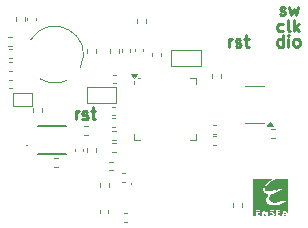
<source format=gbr>
%TF.GenerationSoftware,KiCad,Pcbnew,8.0.5*%
%TF.CreationDate,2024-10-05T23:36:15+02:00*%
%TF.ProjectId,projet s6,70726f6a-6574-4207-9336-2e6b69636164,rev?*%
%TF.SameCoordinates,Original*%
%TF.FileFunction,Legend,Top*%
%TF.FilePolarity,Positive*%
%FSLAX46Y46*%
G04 Gerber Fmt 4.6, Leading zero omitted, Abs format (unit mm)*
G04 Created by KiCad (PCBNEW 8.0.5) date 2024-10-05 23:36:15*
%MOMM*%
%LPD*%
G01*
G04 APERTURE LIST*
%ADD10C,0.250000*%
%ADD11C,0.100000*%
%ADD12C,0.120000*%
%ADD13C,0.000000*%
%ADD14C,0.152400*%
%ADD15C,0.050000*%
G04 APERTURE END LIST*
D10*
X205874949Y-66167000D02*
X205970187Y-66214619D01*
X205970187Y-66214619D02*
X206160663Y-66214619D01*
X206160663Y-66214619D02*
X206255901Y-66167000D01*
X206255901Y-66167000D02*
X206303520Y-66071761D01*
X206303520Y-66071761D02*
X206303520Y-66024142D01*
X206303520Y-66024142D02*
X206255901Y-65928904D01*
X206255901Y-65928904D02*
X206160663Y-65881285D01*
X206160663Y-65881285D02*
X206017806Y-65881285D01*
X206017806Y-65881285D02*
X205922568Y-65833666D01*
X205922568Y-65833666D02*
X205874949Y-65738428D01*
X205874949Y-65738428D02*
X205874949Y-65690809D01*
X205874949Y-65690809D02*
X205922568Y-65595571D01*
X205922568Y-65595571D02*
X206017806Y-65547952D01*
X206017806Y-65547952D02*
X206160663Y-65547952D01*
X206160663Y-65547952D02*
X206255901Y-65595571D01*
X206636854Y-65547952D02*
X206827330Y-66214619D01*
X206827330Y-66214619D02*
X207017806Y-65738428D01*
X207017806Y-65738428D02*
X207208282Y-66214619D01*
X207208282Y-66214619D02*
X207398758Y-65547952D01*
X188572568Y-75044619D02*
X188572568Y-74377952D01*
X188572568Y-74568428D02*
X188620187Y-74473190D01*
X188620187Y-74473190D02*
X188667806Y-74425571D01*
X188667806Y-74425571D02*
X188763044Y-74377952D01*
X188763044Y-74377952D02*
X188858282Y-74377952D01*
X189143997Y-74997000D02*
X189239235Y-75044619D01*
X189239235Y-75044619D02*
X189429711Y-75044619D01*
X189429711Y-75044619D02*
X189524949Y-74997000D01*
X189524949Y-74997000D02*
X189572568Y-74901761D01*
X189572568Y-74901761D02*
X189572568Y-74854142D01*
X189572568Y-74854142D02*
X189524949Y-74758904D01*
X189524949Y-74758904D02*
X189429711Y-74711285D01*
X189429711Y-74711285D02*
X189286854Y-74711285D01*
X189286854Y-74711285D02*
X189191616Y-74663666D01*
X189191616Y-74663666D02*
X189143997Y-74568428D01*
X189143997Y-74568428D02*
X189143997Y-74520809D01*
X189143997Y-74520809D02*
X189191616Y-74425571D01*
X189191616Y-74425571D02*
X189286854Y-74377952D01*
X189286854Y-74377952D02*
X189429711Y-74377952D01*
X189429711Y-74377952D02*
X189524949Y-74425571D01*
X189858283Y-74377952D02*
X190239235Y-74377952D01*
X190001140Y-74044619D02*
X190001140Y-74901761D01*
X190001140Y-74901761D02*
X190048759Y-74997000D01*
X190048759Y-74997000D02*
X190143997Y-75044619D01*
X190143997Y-75044619D02*
X190239235Y-75044619D01*
X206091139Y-68894619D02*
X206091139Y-67894619D01*
X206091139Y-68847000D02*
X205995901Y-68894619D01*
X205995901Y-68894619D02*
X205805425Y-68894619D01*
X205805425Y-68894619D02*
X205710187Y-68847000D01*
X205710187Y-68847000D02*
X205662568Y-68799380D01*
X205662568Y-68799380D02*
X205614949Y-68704142D01*
X205614949Y-68704142D02*
X205614949Y-68418428D01*
X205614949Y-68418428D02*
X205662568Y-68323190D01*
X205662568Y-68323190D02*
X205710187Y-68275571D01*
X205710187Y-68275571D02*
X205805425Y-68227952D01*
X205805425Y-68227952D02*
X205995901Y-68227952D01*
X205995901Y-68227952D02*
X206091139Y-68275571D01*
X206567330Y-68894619D02*
X206567330Y-68227952D01*
X206567330Y-67894619D02*
X206519711Y-67942238D01*
X206519711Y-67942238D02*
X206567330Y-67989857D01*
X206567330Y-67989857D02*
X206614949Y-67942238D01*
X206614949Y-67942238D02*
X206567330Y-67894619D01*
X206567330Y-67894619D02*
X206567330Y-67989857D01*
X207186377Y-68894619D02*
X207091139Y-68847000D01*
X207091139Y-68847000D02*
X207043520Y-68799380D01*
X207043520Y-68799380D02*
X206995901Y-68704142D01*
X206995901Y-68704142D02*
X206995901Y-68418428D01*
X206995901Y-68418428D02*
X207043520Y-68323190D01*
X207043520Y-68323190D02*
X207091139Y-68275571D01*
X207091139Y-68275571D02*
X207186377Y-68227952D01*
X207186377Y-68227952D02*
X207329234Y-68227952D01*
X207329234Y-68227952D02*
X207424472Y-68275571D01*
X207424472Y-68275571D02*
X207472091Y-68323190D01*
X207472091Y-68323190D02*
X207519710Y-68418428D01*
X207519710Y-68418428D02*
X207519710Y-68704142D01*
X207519710Y-68704142D02*
X207472091Y-68799380D01*
X207472091Y-68799380D02*
X207424472Y-68847000D01*
X207424472Y-68847000D02*
X207329234Y-68894619D01*
X207329234Y-68894619D02*
X207186377Y-68894619D01*
X201542568Y-68924619D02*
X201542568Y-68257952D01*
X201542568Y-68448428D02*
X201590187Y-68353190D01*
X201590187Y-68353190D02*
X201637806Y-68305571D01*
X201637806Y-68305571D02*
X201733044Y-68257952D01*
X201733044Y-68257952D02*
X201828282Y-68257952D01*
X202113997Y-68877000D02*
X202209235Y-68924619D01*
X202209235Y-68924619D02*
X202399711Y-68924619D01*
X202399711Y-68924619D02*
X202494949Y-68877000D01*
X202494949Y-68877000D02*
X202542568Y-68781761D01*
X202542568Y-68781761D02*
X202542568Y-68734142D01*
X202542568Y-68734142D02*
X202494949Y-68638904D01*
X202494949Y-68638904D02*
X202399711Y-68591285D01*
X202399711Y-68591285D02*
X202256854Y-68591285D01*
X202256854Y-68591285D02*
X202161616Y-68543666D01*
X202161616Y-68543666D02*
X202113997Y-68448428D01*
X202113997Y-68448428D02*
X202113997Y-68400809D01*
X202113997Y-68400809D02*
X202161616Y-68305571D01*
X202161616Y-68305571D02*
X202256854Y-68257952D01*
X202256854Y-68257952D02*
X202399711Y-68257952D01*
X202399711Y-68257952D02*
X202494949Y-68305571D01*
X202828283Y-68257952D02*
X203209235Y-68257952D01*
X202971140Y-67924619D02*
X202971140Y-68781761D01*
X202971140Y-68781761D02*
X203018759Y-68877000D01*
X203018759Y-68877000D02*
X203113997Y-68924619D01*
X203113997Y-68924619D02*
X203209235Y-68924619D01*
X206121139Y-67557000D02*
X206025901Y-67604619D01*
X206025901Y-67604619D02*
X205835425Y-67604619D01*
X205835425Y-67604619D02*
X205740187Y-67557000D01*
X205740187Y-67557000D02*
X205692568Y-67509380D01*
X205692568Y-67509380D02*
X205644949Y-67414142D01*
X205644949Y-67414142D02*
X205644949Y-67128428D01*
X205644949Y-67128428D02*
X205692568Y-67033190D01*
X205692568Y-67033190D02*
X205740187Y-66985571D01*
X205740187Y-66985571D02*
X205835425Y-66937952D01*
X205835425Y-66937952D02*
X206025901Y-66937952D01*
X206025901Y-66937952D02*
X206121139Y-66985571D01*
X206692568Y-67604619D02*
X206597330Y-67557000D01*
X206597330Y-67557000D02*
X206549711Y-67461761D01*
X206549711Y-67461761D02*
X206549711Y-66604619D01*
X207073521Y-67604619D02*
X207073521Y-66604619D01*
X207168759Y-67223666D02*
X207454473Y-67604619D01*
X207454473Y-66937952D02*
X207073521Y-67318904D01*
D11*
%TO.C,U3*%
X193265000Y-80425000D02*
X193265000Y-80485000D01*
D12*
%TO.C,C14*%
X190620000Y-82754165D02*
X190620000Y-82985835D01*
X191340000Y-82754165D02*
X191340000Y-82985835D01*
%TO.C,R1*%
X189587621Y-75620000D02*
X189252379Y-75620000D01*
X189587621Y-76380000D02*
X189252379Y-76380000D01*
%TO.C,U1*%
X193520000Y-72025000D02*
X193520000Y-71790000D01*
X193520000Y-76770000D02*
X193520000Y-76295000D01*
X193995000Y-71550000D02*
X193820000Y-71550000D01*
X193995000Y-76770000D02*
X193520000Y-76770000D01*
X198265000Y-71550000D02*
X198740000Y-71550000D01*
X198265000Y-76770000D02*
X198740000Y-76770000D01*
X198740000Y-71550000D02*
X198740000Y-72025000D01*
X198740000Y-76770000D02*
X198740000Y-76295000D01*
X193520000Y-71550000D02*
X193280000Y-71220000D01*
X193760000Y-71220000D01*
X193520000Y-71550000D01*
G36*
X193520000Y-71550000D02*
G01*
X193280000Y-71220000D01*
X193760000Y-71220000D01*
X193520000Y-71550000D01*
G37*
%TO.C,C3*%
X200465835Y-75530000D02*
X200234165Y-75530000D01*
X200465835Y-76250000D02*
X200234165Y-76250000D01*
%TO.C,C13*%
X192915835Y-83010000D02*
X192684165Y-83010000D01*
X192915835Y-83730000D02*
X192684165Y-83730000D01*
%TO.C,R4*%
X205142379Y-75870000D02*
X205477621Y-75870000D01*
X205142379Y-76630000D02*
X205477621Y-76630000D01*
%TO.C,R15*%
X193800000Y-66887621D02*
X193800000Y-66552379D01*
X194560000Y-66887621D02*
X194560000Y-66552379D01*
%TO.C,R7*%
X192000121Y-77070000D02*
X191664879Y-77070000D01*
X192000121Y-77830000D02*
X191664879Y-77830000D01*
%TO.C,C15*%
X192715835Y-79600000D02*
X192484165Y-79600000D01*
X192715835Y-80320000D02*
X192484165Y-80320000D01*
%TO.C,U4*%
X203730000Y-72240000D02*
X202930000Y-72240000D01*
X203730000Y-72240000D02*
X204530000Y-72240000D01*
X203730000Y-75360000D02*
X202930000Y-75360000D01*
X203730000Y-75360000D02*
X204530000Y-75360000D01*
X205270000Y-75640000D02*
X204790000Y-75640000D01*
X205030000Y-75310000D01*
X205270000Y-75640000D01*
G36*
X205270000Y-75640000D02*
G01*
X204790000Y-75640000D01*
X205030000Y-75310000D01*
X205270000Y-75640000D01*
G37*
%TO.C,R8*%
X201880000Y-82487621D02*
X201880000Y-82152379D01*
X202640000Y-82487621D02*
X202640000Y-82152379D01*
%TO.C,R9*%
X191402379Y-78620000D02*
X191737621Y-78620000D01*
X191402379Y-79380000D02*
X191737621Y-79380000D01*
D11*
%TO.C,D1*%
X184480000Y-77245000D02*
G75*
G02*
X184380000Y-77245000I-50000J0D01*
G01*
X184380000Y-77245000D02*
G75*
G02*
X184480000Y-77245000I50000J0D01*
G01*
D12*
%TO.C,C1*%
X188470000Y-77765835D02*
X188470000Y-77534165D01*
X189190000Y-77765835D02*
X189190000Y-77534165D01*
%TO.C,R6*%
X191634879Y-76060000D02*
X191970121Y-76060000D01*
X191634879Y-76820000D02*
X191970121Y-76820000D01*
%TO.C,C16*%
X192480000Y-69365835D02*
X192480000Y-69134165D01*
X193200000Y-69365835D02*
X193200000Y-69134165D01*
%TO.C,R16*%
X190610000Y-80797621D02*
X190610000Y-80462379D01*
X191370000Y-80797621D02*
X191370000Y-80462379D01*
%TO.C,SW7*%
D11*
X196655000Y-69195000D02*
X199175000Y-69195000D01*
X199175000Y-70555000D01*
X196655000Y-70555000D01*
X196655000Y-69195000D01*
D12*
%TO.C,C9*%
X182924165Y-70200000D02*
X183155835Y-70200000D01*
X182924165Y-70920000D02*
X183155835Y-70920000D01*
%TO.C,C10*%
X182914165Y-71680000D02*
X183145835Y-71680000D01*
X182914165Y-72400000D02*
X183145835Y-72400000D01*
%TO.C,R5*%
X200110000Y-71507621D02*
X200110000Y-71172379D01*
X200870000Y-71507621D02*
X200870000Y-71172379D01*
D13*
%TO.C,G\u002A\u002A\u002A*%
G36*
X206286068Y-82906069D02*
G01*
X206332693Y-82968040D01*
X206334542Y-82981639D01*
X206297569Y-83025946D01*
X206286068Y-83027252D01*
X206243528Y-82987796D01*
X206237595Y-82951681D01*
X206261094Y-82901508D01*
X206286068Y-82906069D01*
G37*
G36*
X206366130Y-83145049D02*
G01*
X206383015Y-83172672D01*
X206341447Y-83208801D01*
X206258971Y-83221145D01*
X206176499Y-83205758D01*
X206164885Y-83172672D01*
X206233255Y-83131951D01*
X206288929Y-83124198D01*
X206366130Y-83145049D01*
G37*
G36*
X204550882Y-82968632D02*
G01*
X204606676Y-83062256D01*
X204613740Y-83075725D01*
X204660032Y-83173907D01*
X204655255Y-83213595D01*
X204595242Y-83221139D01*
X204590748Y-83221145D01*
X204519016Y-83198829D01*
X204493659Y-83115131D01*
X204492557Y-83075725D01*
X204499230Y-82973537D01*
X204515302Y-82930313D01*
X204515549Y-82930305D01*
X204550882Y-82968632D01*
G37*
G36*
X205049134Y-80246940D02*
G01*
X204767860Y-80466071D01*
X204571309Y-80691930D01*
X204463940Y-80918509D01*
X204444084Y-81062153D01*
X204487070Y-81207724D01*
X204595285Y-81323497D01*
X204737614Y-81378164D01*
X204759160Y-81379160D01*
X204859605Y-81399253D01*
X204870496Y-81454837D01*
X204811422Y-81521435D01*
X204741509Y-81632395D01*
X204707668Y-81794874D01*
X204713948Y-81968885D01*
X204753356Y-82095036D01*
X204856320Y-82231192D01*
X205002545Y-82309761D01*
X205206020Y-82334791D01*
X205480731Y-82310328D01*
X205491682Y-82308644D01*
X205706784Y-82263185D01*
X205917650Y-82198003D01*
X206107457Y-82121197D01*
X206259379Y-82040866D01*
X206356591Y-81965111D01*
X206382268Y-81902028D01*
X206371791Y-81884985D01*
X206319867Y-81891176D01*
X206204108Y-81927624D01*
X206052824Y-81985157D01*
X205723222Y-82082225D01*
X205416466Y-82099787D01*
X205150060Y-82037975D01*
X205003563Y-81938944D01*
X204940848Y-81795250D01*
X204952557Y-81623787D01*
X204979637Y-81530301D01*
X205025188Y-81461838D01*
X205108694Y-81403917D01*
X205249641Y-81342057D01*
X205413549Y-81281194D01*
X205604096Y-81205042D01*
X205784804Y-81120203D01*
X205936861Y-81037177D01*
X206041459Y-80966464D01*
X206079785Y-80918563D01*
X206076547Y-80911114D01*
X206022129Y-80914945D01*
X205909711Y-80951714D01*
X205823439Y-80987324D01*
X205643177Y-81059209D01*
X205531321Y-81086988D01*
X205493237Y-81071081D01*
X205534291Y-81011902D01*
X205583206Y-80968640D01*
X205673390Y-80886339D01*
X205686728Y-80853156D01*
X205629481Y-80868287D01*
X205507908Y-80930931D01*
X205406064Y-80991374D01*
X205146149Y-81109118D01*
X204902058Y-81131959D01*
X204708841Y-81078659D01*
X204620480Y-81021790D01*
X204600570Y-80940595D01*
X204610558Y-80873980D01*
X204682427Y-80712232D01*
X204828608Y-80532697D01*
X205033158Y-80352975D01*
X205168555Y-80257973D01*
X205265835Y-80198463D01*
X205353539Y-80158892D01*
X205454627Y-80135205D01*
X205592058Y-80123346D01*
X205788789Y-80119262D01*
X205956245Y-80118855D01*
X206528435Y-80118855D01*
X206525799Y-81633645D01*
X206524921Y-82055363D01*
X206523541Y-82388667D01*
X206521093Y-82642090D01*
X206517011Y-82824164D01*
X206510729Y-82943424D01*
X206501681Y-83008401D01*
X206489300Y-83027628D01*
X206473022Y-83009638D01*
X206452279Y-82962964D01*
X206439748Y-82930734D01*
X206362730Y-82769200D01*
X206290389Y-82703831D01*
X206219925Y-82734815D01*
X206148533Y-82862342D01*
X206114897Y-82952629D01*
X206056042Y-83096767D01*
X205997371Y-83194230D01*
X205960954Y-83221145D01*
X205903145Y-83193416D01*
X205898282Y-83176043D01*
X205857067Y-83134942D01*
X205789217Y-83115451D01*
X205703973Y-83085021D01*
X205680152Y-83051488D01*
X205721380Y-83007747D01*
X205789217Y-82987525D01*
X205881800Y-82954623D01*
X205887615Y-82911606D01*
X205810220Y-82883576D01*
X205774238Y-82881832D01*
X205691766Y-82866445D01*
X205680152Y-82833359D01*
X205748522Y-82792638D01*
X205804196Y-82784885D01*
X205881397Y-82764035D01*
X205898282Y-82736412D01*
X205855670Y-82704373D01*
X205750891Y-82688357D01*
X205728626Y-82687939D01*
X205558969Y-82687939D01*
X205558969Y-82954542D01*
X205555837Y-83107221D01*
X205539227Y-83186719D01*
X205498316Y-83216764D01*
X205437375Y-83221145D01*
X205353296Y-83212486D01*
X205349986Y-83169150D01*
X205376784Y-83121246D01*
X205410871Y-83035521D01*
X205368974Y-82971351D01*
X205343693Y-82951590D01*
X205244815Y-82896527D01*
X205186155Y-82881832D01*
X205127884Y-82849058D01*
X205122710Y-82827708D01*
X205163312Y-82793953D01*
X205245814Y-82797116D01*
X205336070Y-82798730D01*
X205351082Y-82766412D01*
X205289925Y-82713152D01*
X205182978Y-82696408D01*
X205075847Y-82720350D01*
X205047332Y-82738626D01*
X204982064Y-82833754D01*
X205009894Y-82923385D01*
X205122710Y-82993616D01*
X205234778Y-83050959D01*
X205262739Y-83096717D01*
X205207256Y-83116263D01*
X205117596Y-83106210D01*
X205016071Y-83093859D01*
X204987422Y-83118917D01*
X204994891Y-83148624D01*
X204986664Y-83208656D01*
X204929828Y-83221145D01*
X204873339Y-83205562D01*
X204841644Y-83143688D01*
X204825011Y-83012836D01*
X204822285Y-82970470D01*
X204802036Y-82827005D01*
X204767407Y-82728394D01*
X204729186Y-82686698D01*
X204698164Y-82713976D01*
X204685160Y-82817201D01*
X204683870Y-82954542D01*
X204600467Y-82819994D01*
X204511823Y-82714074D01*
X204439095Y-82701889D01*
X204386412Y-82780947D01*
X204357903Y-82948755D01*
X204356722Y-82967114D01*
X204338243Y-83129224D01*
X204303887Y-83208187D01*
X204271894Y-83221145D01*
X204209030Y-83194152D01*
X204201717Y-83172672D01*
X204160235Y-83136233D01*
X204080534Y-83124198D01*
X203983069Y-83098916D01*
X203959351Y-83051488D01*
X204001489Y-82993009D01*
X204080534Y-82978778D01*
X204171630Y-82962185D01*
X204201717Y-82930305D01*
X204160235Y-82893867D01*
X204080534Y-82881832D01*
X203989438Y-82865239D01*
X203959351Y-82833359D01*
X204000833Y-82796920D01*
X204080534Y-82784885D01*
X204171630Y-82768292D01*
X204201717Y-82736412D01*
X204159105Y-82704373D01*
X204054326Y-82688357D01*
X204032061Y-82687939D01*
X203862404Y-82687939D01*
X203862404Y-82954542D01*
X203859962Y-83106954D01*
X203843960Y-83186284D01*
X203801380Y-83216394D01*
X203719208Y-83221145D01*
X203716984Y-83221145D01*
X203571565Y-83221145D01*
X203571565Y-81670000D01*
X203571565Y-80118855D01*
X204406863Y-80118855D01*
X205242161Y-80118855D01*
X205049134Y-80246940D01*
G37*
D14*
%TO.C,U2*%
X185353000Y-77977000D02*
X187707000Y-77977000D01*
X187707000Y-75623000D02*
X185353000Y-75623000D01*
D12*
%TO.C,R13*%
X182842379Y-68080000D02*
X183177621Y-68080000D01*
X182842379Y-68840000D02*
X183177621Y-68840000D01*
%TO.C,R10*%
X183480000Y-66372379D02*
X183480000Y-66707621D01*
X184240000Y-66372379D02*
X184240000Y-66707621D01*
%TO.C,R2*%
X189560000Y-77502379D02*
X189560000Y-77837621D01*
X190320000Y-77502379D02*
X190320000Y-77837621D01*
%TO.C,R3*%
X187107621Y-78350000D02*
X186772379Y-78350000D01*
X187107621Y-79110000D02*
X186772379Y-79110000D01*
D11*
%TO.C,BT1*%
X184770001Y-68300000D02*
G75*
G02*
X188965302Y-70632624I2039999J-1270000D01*
G01*
X187863662Y-71727497D02*
G75*
G02*
X185560000Y-71619999I-1053662J2157497D01*
G01*
D12*
%TO.C,R11*%
X191440000Y-69072379D02*
X191440000Y-69407621D01*
X192200000Y-69072379D02*
X192200000Y-69407621D01*
%TO.C,C4*%
X200465835Y-76480000D02*
X200234165Y-76480000D01*
X200465835Y-77200000D02*
X200234165Y-77200000D01*
%TO.C,R14*%
X184980000Y-74092379D02*
X184980000Y-74427621D01*
X185740000Y-74092379D02*
X185740000Y-74427621D01*
%TO.C,R12*%
X189510000Y-69417621D02*
X189510000Y-69082379D01*
X190270000Y-69417621D02*
X190270000Y-69082379D01*
%TO.C,C2*%
X191676665Y-73990000D02*
X191908335Y-73990000D01*
X191676665Y-74710000D02*
X191908335Y-74710000D01*
%TO.C,C17*%
X184480000Y-66665835D02*
X184480000Y-66434165D01*
X185200000Y-66665835D02*
X185200000Y-66434165D01*
%TO.C,C6*%
X193570000Y-69074165D02*
X193570000Y-69305835D01*
X194290000Y-69074165D02*
X194290000Y-69305835D01*
%TO.C,Q1*%
D15*
X183237500Y-73947500D02*
X184857500Y-73947500D01*
X184857500Y-72827500D01*
X183237500Y-72827500D01*
X183237500Y-73947500D01*
D12*
%TO.C,C5*%
X191684165Y-74950000D02*
X191915835Y-74950000D01*
X191684165Y-75670000D02*
X191915835Y-75670000D01*
%TO.C,C7*%
X191724165Y-71280000D02*
X191955835Y-71280000D01*
X191724165Y-72000000D02*
X191955835Y-72000000D01*
%TO.C,SW5*%
D11*
X189495000Y-72325000D02*
X192015000Y-72325000D01*
X192015000Y-73685000D01*
X189495000Y-73685000D01*
X189495000Y-72325000D01*
D12*
%TO.C,C8*%
X182904165Y-69100000D02*
X183135835Y-69100000D01*
X182904165Y-69820000D02*
X183135835Y-69820000D01*
%TO.C,C18*%
X195070000Y-69454165D02*
X195070000Y-69685835D01*
X195790000Y-69454165D02*
X195790000Y-69685835D01*
%TD*%
M02*

</source>
